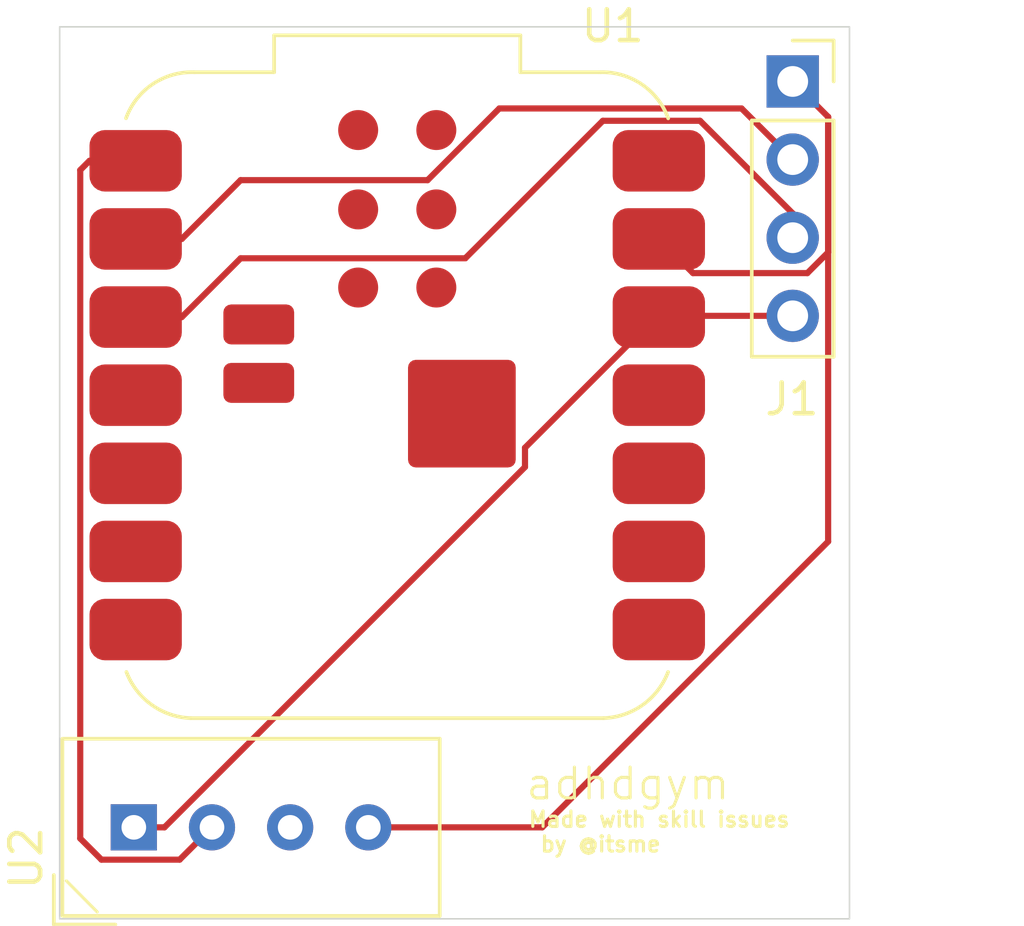
<source format=kicad_pcb>
(kicad_pcb (version 20241229) (generator "pcbnew") (generator_version "9.0")
  (layers (0 "F.Cu" signal) (2 "B.Cu" signal) (13 "F.Paste" user) (15 "B.Paste" user) (5 "F.SilkS" user "F.Silkscreen") (7 "B.SilkS" user "B.Silkscreen") (1 "F.Mask" user) (3 "B.Mask" user) (25 "Edge.Cuts" user))
  (net 0 "")
  (net 1 "Trigger")
  (net 2 "+3V3")
  (net 3 "GND")
  (net 4 "Echo")
  (net 11 "DHT11 Data")
  (footprint "Connector_PinSocket_2.54mm:PinSocket_1x04_P2.54mm_Vertical" (layer "F.Cu") (at 90.35 46.8)
    (property "Reference" "J1" (at -0.025 10.33 0) (layer "F.SilkS"))
    (property "Value" "Conn_01x04_Socket")
    (fp_line (start -1.33 1.27) (end -1.33 8.95) (stroke (width 0.12)) (layer "F.SilkS"))
    (fp_line (start -1.33 1.27) (end 1.33 1.27) (stroke (width 0.12)) (layer "F.SilkS"))
    (fp_line (start -1.33 8.95) (end 1.33 8.95) (stroke (width 0.12)) (layer "F.SilkS"))
    (fp_line (start 0 -1.33) (end 1.33 -1.33) (stroke (width 0.12)) (layer "F.SilkS"))
    (fp_line (start 1.33 -1.33) (end 1.33 0) (stroke (width 0.12)) (layer "F.SilkS"))
    (fp_line (start 1.33 1.27) (end 1.33 8.95) (stroke (width 0.12)) (layer "F.SilkS"))
    (pad "1" thru_hole rect (at 0 0) (size 1.7 1.7) (drill 1) (layers "*.Cu" "*.Mask") (net 3 "GND"))
    (pad "2" thru_hole circle (at 0 2.54) (size 1.7 1.7) (drill 1) (layers "*.Cu" "*.Mask") (net 4 "Echo"))
    (pad "3" thru_hole circle (at 0 5.08) (size 1.7 1.7) (drill 1) (layers "*.Cu" "*.Mask") (net 1 "Trigger"))
    (pad "4" thru_hole circle (at 0 7.62) (size 1.7 1.7) (drill 1) (layers "*.Cu" "*.Mask") (net 2 "+3V3"))
  )
  (footprint "RF_Module:MCU_Seeed_ESP32C3" (layer "F.Cu") (at 77.5 57)
    (property "Reference" "U1" (at 7 -12 0) (layer "F.SilkS"))
    (property "Value" "XIAO-ESP32-C3-DIP")
    (fp_line (start -6.7 10.5) (end 6.7 10.5) (stroke (width 0.12)) (layer "F.SilkS"))
    (fp_line (start -4 -11.7) (end 4 -11.7) (stroke (width 0.12)) (layer "F.SilkS"))
    (fp_line (start -4 -10.5) (end -6.6 -10.5) (stroke (width 0.12)) (layer "F.SilkS"))
    (fp_line (start -4 -10.5) (end -4 -11.7) (stroke (width 0.12)) (layer "F.SilkS"))
    (fp_line (start 4 -11.7) (end 4 -10.5) (stroke (width 0.12)) (layer "F.SilkS"))
    (fp_line (start 6.6 -10.5) (end 4 -10.5) (stroke (width 0.12)) (layer "F.SilkS"))
    (fp_arc (start -8.812892 -9.00468) (mid -7.949609 -10.111769) (end -6.600468 -10.499999) (stroke (width 0.12)) (layer "F.SilkS"))
    (fp_arc (start -6.7 10.5) (mid -7.977232 10.068125) (end -8.8 9) (stroke (width 0.12)) (layer "F.SilkS"))
    (fp_arc (start 6.6 -10.499999) (mid 7.944325 -10.107116) (end 8.804034 -9.001464) (stroke (width 0.12)) (layer "F.SilkS"))
    (fp_arc (start 8.8 9) (mid 7.977232 10.068125) (end 6.7 10.5) (stroke (width 0.12)) (layer "F.SilkS"))
    (pad "1" smd roundrect (at -8.5 -7.62) (size 3 2) (layers "F.Cu" "F.Mask" "F.Paste") (net 11 "DHT11 Data"))
    (pad "2" smd roundrect (at -8.5 -5.08) (size 3 2) (layers "F.Cu" "F.Mask" "F.Paste") (net 4 "Echo"))
    (pad "3" smd roundrect (at -8.5 -2.54) (size 3 2) (layers "F.Cu" "F.Mask" "F.Paste") (net 1 "Trigger"))
    (pad "4" smd roundrect (at -8.5 0) (size 3 2) (layers "F.Cu" "F.Mask" "F.Paste"))
    (pad "5" smd roundrect (at -8.5 2.54) (size 3 2) (layers "F.Cu" "F.Mask" "F.Paste"))
    (pad "6" smd roundrect (at -8.5 5.08) (size 3 2) (layers "F.Cu" "F.Mask" "F.Paste"))
    (pad "7" smd roundrect (at -8.5 7.62) (size 3 2) (layers "F.Cu" "F.Mask" "F.Paste"))
    (pad "8" smd roundrect (at 8.5 7.62) (size 3 2) (layers "F.Cu" "F.Mask" "F.Paste"))
    (pad "9" smd roundrect (at 8.5 5.08) (size 3 2) (layers "F.Cu" "F.Mask" "F.Paste"))
    (pad "10" smd roundrect (at 8.5 2.54) (size 3 2) (layers "F.Cu" "F.Mask" "F.Paste"))
    (pad "11" smd roundrect (at 8.5 0) (size 3 2) (layers "F.Cu" "F.Mask" "F.Paste"))
    (pad "12" smd roundrect (at 8.5 -2.54) (size 3 2) (layers "F.Cu" "F.Mask" "F.Paste") (net 2 "+3V3"))
    (pad "13" smd roundrect (at 8.5 -5.08) (size 3 2) (layers "F.Cu" "F.Mask" "F.Paste") (net 3 "GND"))
    (pad "14" smd roundrect (at 8.5 -7.62) (size 3 2) (layers "F.Cu" "F.Mask" "F.Paste"))
    (pad "15" smd roundrect (at 2.1 0.6) (size 3.5 3.5) (property pad_prop_heatsink) (layers "F.Cu" "F.Mask") (roundrect_rratio 0.07142857143))
    (pad "16" smd roundrect (at -4.5 -0.4) (size 2.3 1.3) (layers "F.Cu" "F.Mask" "F.Paste") (roundrect_rratio 0.1923076923))
    (pad "17" smd roundrect (at -4.5 -2.3) (size 2.3 1.3) (layers "F.Cu" "F.Mask" "F.Paste") (roundrect_rratio 0.1923076923))
    (pad "18" smd circle (at -1.27 -8.62) (size 1.3 1.3) (layers "F.Cu" "F.Mask" "F.Paste"))
    (pad "19" smd circle (at -1.27 -6.04) (size 1.3 1.3) (layers "F.Cu" "F.Mask" "F.Paste"))
    (pad "20" smd circle (at -1.27 -3.5) (size 1.3 1.3) (layers "F.Cu" "F.Mask" "F.Paste"))
    (pad "21" smd circle (at 1.27 -3.5) (size 1.3 1.3) (layers "F.Cu" "F.Mask" "F.Paste"))
    (pad "22" smd circle (at 1.27 -6.04) (size 1.3 1.3) (layers "F.Cu" "F.Mask" "F.Paste"))
    (pad "23" smd circle (at 1.27 -8.62) (size 1.3 1.3) (layers "F.Cu" "F.Mask" "F.Paste"))
  )
  (footprint "Sensor:Aosong_DHT11_5.5x12.0_P2.54mm" (layer "F.Cu") (at 68.94 71.05 90)
    (property "Reference" "U2" (at -1 -3.5 90) (layer "F.SilkS"))
    (property "Value" "DHT11")
    (fp_line (start -3.16 -2.6) (end -1.55 -2.6) (stroke (width 0.12)) (layer "F.SilkS"))
    (fp_line (start -3.16 -2.6) (end -3.16 -0.6) (stroke (width 0.12)) (layer "F.SilkS"))
    (fp_line (start 2.88 -2.32) (end 2.88 9.94) (stroke (width 0.12)) (layer "F.SilkS"))
    (fp_line (start -2.87 -2.32) (end 2.87 -2.32) (stroke (width 0.12)) (layer "F.SilkS"))
    (fp_line (start 2.88 9.94) (end -2.88 9.94) (stroke (width 0.12)) (layer "F.SilkS"))
    (fp_line (start -2.88 9.94) (end -2.88 -2.31) (stroke (width 0.12)) (layer "F.SilkS"))
    (pad "1" thru_hole rect (at 0 0 90) (size 1.5 1.5) (drill 0.8) (layers "*.Cu" "*.Mask") (net 2 "+3V3"))
    (pad "2" thru_hole circle (at 0 2.54 90) (size 1.5 1.5) (drill 0.8) (layers "*.Cu" "*.Mask") (net 11 "DHT11 Data"))
    (pad "3" thru_hole circle (at 0 5.08 90) (size 1.5 1.5) (drill 0.8) (layers "*.Cu" "*.Mask"))
    (pad "4" thru_hole circle (at 0 7.62 90) (size 1.5 1.5) (drill 0.8) (layers "*.Cu" "*.Mask") (net 3 "GND"))
  )
  (gr_line (start 66.75 72.79) (end 67.75 73.8) (stroke (width 0.1)) (layer "F.SilkS"))
  (gr_rect (start 66.53 45.025) (end 92.195 74.025) (stroke (width 0.05)) (fill no) (layer "Edge.Cuts"))
  (gr_text "Made with skill issues\n by @itsme" (at 81.72 71.89 0) (layer "F.SilkS") (effects (font (size 0.5 0.5) (thickness 0.1)) (justify left bottom)))
  (gr_text "adhdgym" (at 81.62 70.22 0) (layer "F.SilkS") (effects (font (size 1 1) (thickness 0.1)) (justify left bottom)))
  (segment (start 72.411 52.549) (end 70.5 54.46) (width 0.2) (layer "F.Cu") (net 1))
  (segment (start 90.35 51.88) (end 90.35 51.089942) (width 0.2) (layer "F.Cu") (net 1))
  (segment (start 70.5 54.46) (end 69 54.46) (width 0.2) (layer "F.Cu") (net 1))
  (segment (start 90.35 51.089942) (end 87.339058 48.079) (width 0.2) (layer "F.Cu") (net 1))
  (segment (start 87.339058 48.079) (end 84.181 48.079) (width 0.2) (layer "F.Cu") (net 1))
  (segment (start 84.181 48.079) (end 79.711 52.549) (width 0.2) (layer "F.Cu") (net 1))
  (segment (start 79.711 52.549) (end 72.411 52.549) (width 0.2) (layer "F.Cu") (net 1))
  (segment (start 85.899942 54.46) (end 81.651 58.708942) (width 0.2) (layer "F.Cu") (net 2))
  (segment (start 81.651 58.708942) (end 81.651 59.33516) (width 0.2) (layer "F.Cu") (net 2))
  (segment (start 81.651 59.33516) (end 69.93616 71.05) (width 0.2) (layer "F.Cu") (net 2))
  (segment (start 69.93616 71.05) (end 68.94 71.05) (width 0.2) (layer "F.Cu") (net 2))
  (segment (start 86 54.46) (end 85.899942 54.46) (width 0.2) (layer "F.Cu") (net 2))
  (segment (start 86.04 54.42) (end 86 54.46) (width 0.2) (layer "F.Cu") (net 2))
  (segment (start 90.35 54.42) (end 86.04 54.42) (width 0.2) (layer "F.Cu") (net 2))
  (segment (start 91.501 47.951) (end 91.501 61.759058) (width 0.2) (layer "F.Cu") (net 3))
  (segment (start 90.82676 53.031) (end 87.111 53.031) (width 0.2) (layer "F.Cu") (net 3))
  (segment (start 87.111 53.031) (end 86 51.92) (width 0.2) (layer "F.Cu") (net 3))
  (segment (start 91.501 61.759058) (end 82.210058 71.05) (width 0.2) (layer "F.Cu") (net 3))
  (segment (start 82.210058 71.05) (end 76.56 71.05) (width 0.2) (layer "F.Cu") (net 3))
  (segment (start 91.501 52.35676) (end 90.82676 53.031) (width 0.2) (layer "F.Cu") (net 3))
  (segment (start 90.35 46.8) (end 91.501 47.951) (width 0.2) (layer "F.Cu") (net 3))
  (segment (start 91.501 47.951) (end 91.501 52.35676) (width 0.2) (layer "F.Cu") (net 3))
  (segment (start 80.816918 47.678) (end 78.485918 50.009) (width 0.2) (layer "F.Cu") (net 4))
  (segment (start 72.411 50.009) (end 70.5 51.92) (width 0.2) (layer "F.Cu") (net 4))
  (segment (start 78.485918 50.009) (end 72.411 50.009) (width 0.2) (layer "F.Cu") (net 4))
  (segment (start 88.688 47.678) (end 80.816918 47.678) (width 0.2) (layer "F.Cu") (net 4))
  (segment (start 90.35 49.34) (end 88.688 47.678) (width 0.2) (layer "F.Cu") (net 4))
  (segment (start 70.5 51.92) (end 69 51.92) (width 0.2) (layer "F.Cu") (net 4))
  (segment (start 67.5 49.38) (end 69 49.38) (width 0.2) (layer "F.Cu") (net 11))
  (segment (start 71.48 71.05) (end 70.429 72.101) (width 0.2) (layer "F.Cu") (net 11))
  (segment (start 70.429 72.101) (end 67.889 72.101) (width 0.2) (layer "F.Cu") (net 11))
  (segment (start 67.889 72.101) (end 67.199 71.411) (width 0.2) (layer "F.Cu") (net 11))
  (segment (start 67.199 71.411) (end 67.199 49.681) (width 0.2) (layer "F.Cu") (net 11))
  (segment (start 67.199 49.681) (end 67.5 49.38) (width 0.2) (layer "F.Cu") (net 11))
)
</source>
